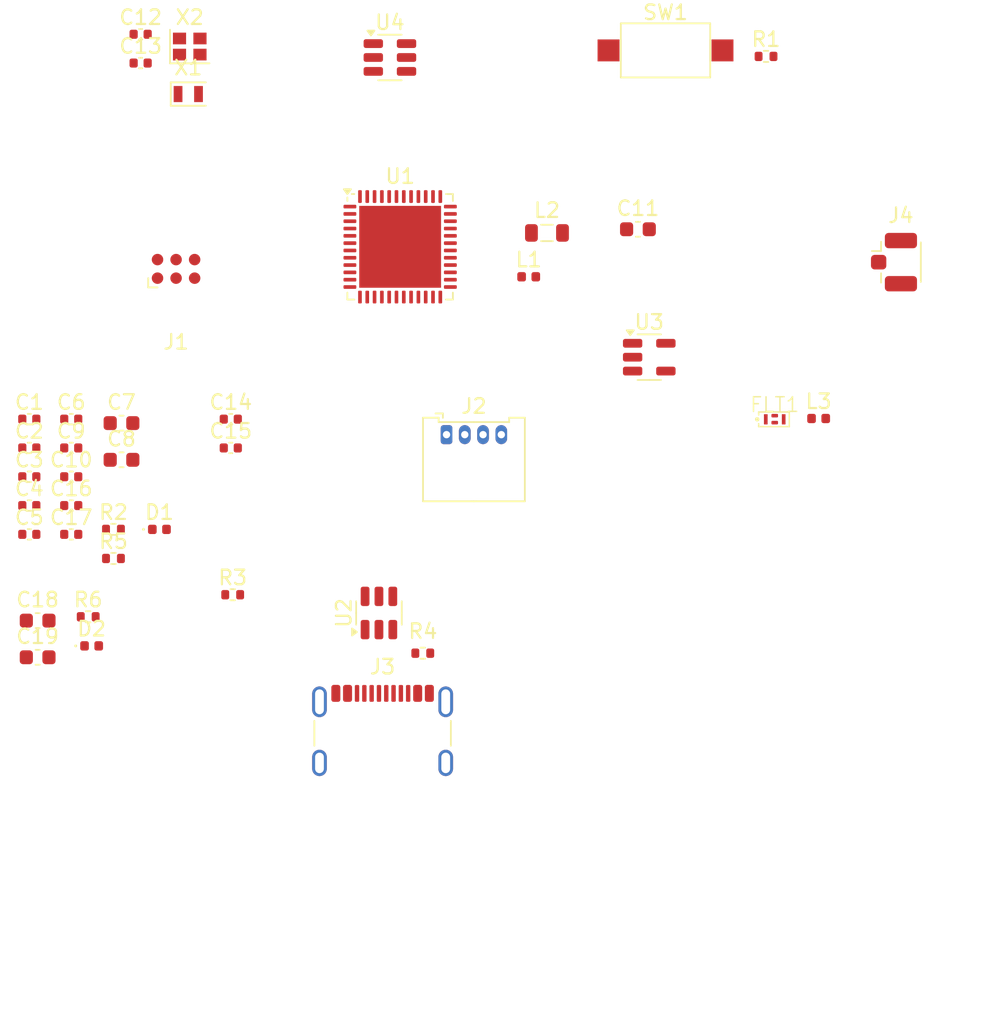
<source format=kicad_pcb>
(kicad_pcb (version 20241229) (generator "pcbnew") (generator_version "9.0")
  (layers (0 "F.Cu" signal) (4 "In1.Cu" signal) (6 "In2.Cu" signal) (2 "B.Cu" signal) (13 "F.Paste" user) (15 "B.Paste" user) (5 "F.SilkS" user "F.Silkscreen") (7 "B.SilkS" user "B.Silkscreen") (1 "F.Mask" user) (3 "B.Mask" user) (25 "Edge.Cuts" user))
  (net 0 "")
  (net 1 "GND")
  (net 2 "/RF Section/RF_MATCH")
  (net 3 "/RF Section/RF_ANT")
  (net 4 "+3.3V")
  (net 5 "+5V")
  (net 7 "Net-(J3-D+-PadA6)")
  (net 8 "Net-(J3-D--PadA7)")
  (net 10 "Net-(J3-CC2)")
  (net 11 "Net-(J3-CC1)")
  (net 12 "Net-(J4-Pin_2)")
  (net 13 "/MCU/SMPSLX")
  (net 14 "/MCU/SMPSFB")
  (net 15 "/MCU/BOOT0")
  (net 16 "+3V3")
  (net 17 "Net-(R2-Pad2)")
  (net 22 "/MCU/SWD_TRC")
  (net 23 "/MCU/UART_RX")
  (net 25 "Net-(D1-A)")
  (net 27 "/MCU/HSE_IN")
  (net 28 "/MCU/LSE_OUT")
  (net 29 "/MCU/UART_TX")
  (net 33 "/MCU/HSE_OUT")
  (net 34 "/MCU/SWD_DIO")
  (net 40 "/MCU/LSE_IN")
  (net 41 "/MCU/SWD_CLK")
  (net 45 "/MCU/USB_D-")
  (net 47 "/MCU/USB_D+")
  (net 48 "/MCU/SWD_NRST")
  (net 49 "/MCU/RF1")
  (net 54 "Net-(J4-Pin_3)")
  (net 55 "Net-(D1-K)")
  (net 56 "Net-(D2-K)")
  (footprint "Crystal:Crystal_SMD_2012-2Pin_2.0x1.2mm" (layer "F.Cu") (at 99.2 83.5)
    (property "Reference" "X1" (at 0 -1.8 0) (layer "F.SilkS"))
    (property "Value" "32kHz")
    (fp_line (start -1.2 -0.8) (end -1.2 0.8) (stroke (width 0.12)) (layer "F.SilkS"))
    (fp_line (start -1.2 0.8) (end 1.2 0.8) (stroke (width 0.12)) (layer "F.SilkS"))
    (fp_line (start 1.2 -0.8) (end -1.2 -0.8) (stroke (width 0.12)) (layer "F.SilkS"))
    (pad "1" smd rect (at -0.7 0) (size 0.6 1.1) (layers "F.Cu" "F.Mask" "F.Paste") (net 28 "/MCU/LSE_OUT"))
    (pad "2" smd rect (at 0.7 0) (size 0.6 1.1) (layers "F.Cu" "F.Mask" "F.Paste") (net 40 "/MCU/LSE_IN"))
  )
  (footprint "Package_TO_SOT_SMD:SOT-23-5" (layer "F.Cu") (at 130.75 101.5)
    (property "Reference" "U3" (at 0 -2.4 0) (layer "F.SilkS"))
    (property "Value" "MIC5365-3.3YD5")
    (fp_line (start 0 -1.56) (end -0.8 -1.56) (stroke (width 0.12)) (layer "F.SilkS"))
    (fp_line (start 0 -1.56) (end 0.8 -1.56) (stroke (width 0.12)) (layer "F.SilkS"))
    (fp_line (start 0 1.56) (end -0.8 1.56) (stroke (width 0.12)) (layer "F.SilkS"))
    (fp_line (start 0 1.56) (end 0.8 1.56) (stroke (width 0.12)) (layer "F.SilkS"))
    (fp_poly (pts (xy -1.3 -1.51) (xy -1.54 -1.84) (xy -1.06 -1.84)) (stroke (width 0.12)) (fill yes) (layer "F.SilkS"))
    (pad "1" smd roundrect (at -1.1375 -0.95) (size 1.325 0.6) (layers "F.Cu" "F.Mask" "F.Paste") (net 5 "+5V"))
    (pad "2" smd roundrect (at -1.1375 0) (size 1.325 0.6) (layers "F.Cu" "F.Mask" "F.Paste") (net 1 "GND"))
    (pad "3" smd roundrect (at -1.1375 0.95) (size 1.325 0.6) (layers "F.Cu" "F.Mask" "F.Paste") (net 5 "+5V"))
    (pad "4" smd roundrect (at 1.1375 0.95) (size 1.325 0.6) (layers "F.Cu" "F.Mask" "F.Paste"))
    (pad "5" smd roundrect (at 1.1375 -0.95) (size 1.325 0.6) (layers "F.Cu" "F.Mask" "F.Paste") (net 4 "+3.3V"))
  )
  (footprint "Capacitor_SMD:C_0402_1005Metric" (layer "F.Cu") (at 91.19 113.62)
    (property "Reference" "C17" (at 0 -1.16 0) (layer "F.SilkS"))
    (property "Value" "100n")
    (fp_line (start -0.107836 -0.36) (end 0.107836 -0.36) (stroke (width 0.12)) (layer "F.SilkS"))
    (fp_line (start -0.107836 0.36) (end 0.107836 0.36) (stroke (width 0.12)) (layer "F.SilkS"))
    (pad "1" smd roundrect (at -0.48 0) (size 0.56 0.62) (layers "F.Cu" "F.Mask" "F.Paste") (net 15 "/MCU/BOOT0"))
    (pad "2" smd roundrect (at 0.48 0) (size 0.56 0.62) (layers "F.Cu" "F.Mask" "F.Paste") (net 1 "GND"))
  )
  (footprint "Capacitor_SMD:C_0603_1608Metric" (layer "F.Cu") (at 94.63 108.52)
    (property "Reference" "C8" (at 0 -1.43 0) (layer "F.SilkS"))
    (property "Value" "4u7")
    (fp_line (start -0.14058 -0.51) (end 0.14058 -0.51) (stroke (width 0.12)) (layer "F.SilkS"))
    (fp_line (start -0.14058 0.51) (end 0.14058 0.51) (stroke (width 0.12)) (layer "F.SilkS"))
    (pad "1" smd roundrect (at -0.775 0) (size 0.9 0.95) (layers "F.Cu" "F.Mask" "F.Paste") (net 4 "+3.3V"))
    (pad "2" smd roundrect (at 0.775 0) (size 0.9 0.95) (layers "F.Cu" "F.Mask" "F.Paste") (net 1 "GND"))
  )
  (footprint "STM32BluetoothLibrary:DLF162500LT-5028A1" (layer "F.Cu") (at 139.3375 105.75)
    (property "Reference" "FLT1" (at 0 -1 0) (layer "F.SilkS") (effects (font (thickness 0.1))))
    (property "Value" "DLF162500LT-5028A1")
    (fp_line (start -1.1 -0.5) (end 0.9 -0.5) (stroke (width 0.1)) (layer "F.SilkS"))
    (fp_line (start -1.1 -0.4) (end -1.1 -0.5) (stroke (width 0.1)) (layer "F.SilkS"))
    (fp_line (start -1.1 -0.3) (end -1.1 -0.4) (stroke (width 0.1)) (layer "F.SilkS"))
    (fp_line (start -1.1 0.3) (end -1.1 0.5) (stroke (width 0.1)) (layer "F.SilkS"))
    (fp_line (start -1.1 0.5) (end 1 0.5) (stroke (width 0.1)) (layer "F.SilkS"))
    (fp_line (start 1 -0.5) (end 0.9 -0.5) (stroke (width 0.1)) (layer "F.SilkS"))
    (fp_line (start 1 0.5) (end 1 -0.5) (stroke (width 0.1)) (layer "F.SilkS"))
    (fp_circle (center -1.2 0) (end -1.2 -0.1) (stroke (width 0.1)) (fill yes) (layer "F.SilkS"))
    (pad "1" smd roundrect (at -0.6125 0) (size 0.25 0.7) (layers "F.Cu" "F.Mask" "F.Paste") (roundrect_rratio 0.05413385827) (net 2 "/RF Section/RF_MATCH"))
    (pad "2" smd roundrect (at 0 0.2275) (size 0.45 0.245) (layers "F.Cu" "F.Mask" "F.Paste") (net 1 "GND"))
    (pad "3" smd roundrect (at 0.6125 0) (size 0.25 0.7) (layers "F.Cu" "F.Mask" "F.Paste") (roundrect_rratio 0.05413385827) (net 3 "/RF Section/RF_ANT"))
    (pad "4" smd roundrect (at 0 -0.25) (size 0.45 0.245) (layers "F.Cu" "F.Mask" "F.Paste") (net 1 "GND"))
  )
  (footprint "Inductor_SMD:L_0402_1005Metric" (layer "F.Cu") (at 142.3425 105.695)
    (property "Reference" "L3" (at 0 -1.17 0) (layer "F.SilkS"))
    (property "Value" "2n7")
    (pad "1" smd roundrect (at -0.485 0) (size 0.59 0.64) (layers "F.Cu" "F.Mask" "F.Paste") (net 49 "/MCU/RF1"))
    (pad "2" smd roundrect (at 0.485 0) (size 0.59 0.64) (layers "F.Cu" "F.Mask" "F.Paste") (net 2 "/RF Section/RF_MATCH"))
  )
  (footprint "Resistor_SMD:R_0402_1005Metric" (layer "F.Cu") (at 115.25 121.75)
    (property "Reference" "R4" (at 0.01 -1.5 0) (layer "F.SilkS"))
    (property "Value" "5k1")
    (fp_line (start -0.153641 -0.38) (end 0.153641 -0.38) (stroke (width 0.12)) (layer "F.SilkS"))
    (fp_line (start -0.153641 0.38) (end 0.153641 0.38) (stroke (width 0.12)) (layer "F.SilkS"))
    (pad "1" smd roundrect (at -0.51 0) (size 0.54 0.64) (layers "F.Cu" "F.Mask" "F.Paste") (net 11 "Net-(J3-CC1)"))
    (pad "2" smd roundrect (at 0.51 0) (size 0.54 0.64) (layers "F.Cu" "F.Mask" "F.Paste") (net 1 "GND"))
  )
  (footprint "Capacitor_SMD:C_0402_1005Metric" (layer "F.Cu") (at 91.19 111.65)
    (property "Reference" "C16" (at 0 -1.16 0) (layer "F.SilkS"))
    (property "Value" "100n")
    (fp_line (start -0.107836 -0.36) (end 0.107836 -0.36) (stroke (width 0.12)) (layer "F.SilkS"))
    (fp_line (start -0.107836 0.36) (end 0.107836 0.36) (stroke (width 0.12)) (layer "F.SilkS"))
    (pad "1" smd roundrect (at -0.48 0) (size 0.56 0.62) (layers "F.Cu" "F.Mask" "F.Paste") (net 48 "/MCU/SWD_NRST"))
    (pad "2" smd roundrect (at 0.48 0) (size 0.56 0.62) (layers "F.Cu" "F.Mask" "F.Paste") (net 1 "GND"))
  )
  (footprint "Resistor_SMD:R_0402_1005Metric" (layer "F.Cu") (at 138.7425 80.925)
    (property "Reference" "R1" (at 0 -1.17 0) (layer "F.SilkS"))
    (property "Value" "5k1")
    (fp_line (start -0.153641 -0.38) (end 0.153641 -0.38) (stroke (width 0.12)) (layer "F.SilkS"))
    (fp_line (start -0.153641 0.38) (end 0.153641 0.38) (stroke (width 0.12)) (layer "F.SilkS"))
    (pad "1" smd roundrect (at -0.51 0) (size 0.54 0.64) (layers "F.Cu" "F.Mask" "F.Paste") (net 15 "/MCU/BOOT0"))
    (pad "2" smd roundrect (at 0.51 0) (size 0.54 0.64) (layers "F.Cu" "F.Mask" "F.Paste") (net 1 "GND"))
  )
  (footprint "Capacitor_SMD:C_0402_1005Metric" (layer "F.Cu") (at 88.32 105.74)
    (property "Reference" "C1" (at 0 -1.16 0) (layer "F.SilkS"))
    (property "Value" "100n")
    (fp_line (start -0.107836 -0.36) (end 0.107836 -0.36) (stroke (width 0.12)) (layer "F.SilkS"))
    (fp_line (start -0.107836 0.36) (end 0.107836 0.36) (stroke (width 0.12)) (layer "F.SilkS"))
    (pad "1" smd roundrect (at -0.48 0) (size 0.56 0.62) (layers "F.Cu" "F.Mask" "F.Paste") (net 4 "+3.3V"))
    (pad "2" smd roundrect (at 0.48 0) (size 0.56 0.62) (layers "F.Cu" "F.Mask" "F.Paste") (net 1 "GND"))
  )
  (footprint "Button_Switch_SMD:SW_SPST_CK_RS282G05A3" (layer "F.Cu") (at 131.8625 80.515)
    (property "Reference" "SW1" (at 0 -2.6 0) (layer "F.SilkS"))
    (property "Value" "SW_Push")
    (fp_line (start -3.06 -1.85) (end 3.06 -1.85) (stroke (width 0.12)) (layer "F.SilkS"))
    (fp_line (start -3.06 1.85) (end -3.06 -1.85) (stroke (width 0.12)) (layer "F.SilkS"))
    (fp_line (start 3.06 -1.85) (end 3.06 1.85) (stroke (width 0.12)) (layer "F.SilkS"))
    (fp_line (start 3.06 1.85) (end -3.06 1.85) (stroke (width 0.12)) (layer "F.SilkS"))
    (pad "1" smd rect (at -3.9 0) (size 1.5 1.5) (layers "F.Cu" "F.Mask" "F.Paste") (net 17 "Net-(R2-Pad2)"))
    (pad "2" smd rect (at 3.9 0) (size 1.5 1.5) (layers "F.Cu" "F.Mask" "F.Paste") (net 16 "+3V3"))
  )
  (footprint "Resistor_SMD:R_0402_1005Metric" (layer "F.Cu") (at 94.08 115.27)
    (property "Reference" "R5" (at 0 -1.17 0) (layer "F.SilkS"))
    (property "Value" "220R")
    (fp_line (start -0.153641 -0.38) (end 0.153641 -0.38) (stroke (width 0.12)) (layer "F.SilkS"))
    (fp_line (start -0.153641 0.38) (end 0.153641 0.38) (stroke (width 0.12)) (layer "F.SilkS"))
    (pad "1" smd roundrect (at -0.51 0) (size 0.54 0.64) (layers "F.Cu" "F.Mask" "F.Paste") (net 1 "GND"))
    (pad "2" smd roundrect (at 0.51 0) (size 0.54 0.64) (layers "F.Cu" "F.Mask" "F.Paste") (net 55 "Net-(D1-K)"))
  )
  (footprint "Resistor_SMD:R_0402_1005Metric" (layer "F.Cu") (at 94.08 113.28)
    (property "Reference" "R2" (at 0 -1.17 0) (layer "F.SilkS"))
    (property "Value" "220R")
    (fp_line (start -0.153641 -0.38) (end 0.153641 -0.38) (stroke (width 0.12)) (layer "F.SilkS"))
    (fp_line (start -0.153641 0.38) (end 0.153641 0.38) (stroke (width 0.12)) (layer "F.SilkS"))
    (pad "1" smd roundrect (at -0.51 0) (size 0.54 0.64) (layers "F.Cu" "F.Mask" "F.Paste") (net 15 "/MCU/BOOT0"))
    (pad "2" smd roundrect (at 0.51 0) (size 0.54 0.64) (layers "F.Cu" "F.Mask" "F.Paste") (net 17 "Net-(R2-Pad2)"))
  )
  (footprint "Resistor_SMD:R_0402_1005Metric" (layer "F.Cu") (at 92.35 119.26)
    (property "Reference" "R6" (at 0 -1.17 0) (layer "F.SilkS"))
    (property "Value" "R")
    (fp_line (start -0.153641 -0.38) (end 0.153641 -0.38) (stroke (width 0.12)) (layer "F.SilkS"))
    (fp_line (start -0.153641 0.38) (end 0.153641 0.38) (stroke (width 0.12)) (layer "F.SilkS"))
    (pad "1" smd roundrect (at -0.51 0) (size 0.54 0.64) (layers "F.Cu" "F.Mask" "F.Paste") (net 1 "GND"))
    (pad "2" smd roundrect (at 0.51 0) (size 0.54 0.64) (layers "F.Cu" "F.Mask" "F.Paste") (net 56 "Net-(D2-K)"))
  )
  (footprint "Capacitor_SMD:C_0402_1005Metric" (layer "F.Cu") (at 88.32 111.65)
    (property "Reference" "C4" (at 0 -1.16 0) (layer "F.SilkS"))
    (property "Value" "100n")
    (fp_line (start -0.107836 -0.36) (end 0.107836 -0.36) (stroke (width 0.12)) (layer "F.SilkS"))
    (fp_line (start -0.107836 0.36) (end 0.107836 0.36) (stroke (width 0.12)) (layer "F.SilkS"))
    (pad "1" smd roundrect (at -0.48 0) (size 0.56 0.62) (layers "F.Cu" "F.Mask" "F.Paste") (net 4 "+3.3V"))
    (pad "2" smd roundrect (at 0.48 0) (size 0.56 0.62) (layers "F.Cu" "F.Mask" "F.Paste") (net 1 "GND"))
  )
  (footprint "Capacitor_SMD:C_0402_1005Metric" (layer "F.Cu") (at 88.32 113.62)
    (property "Reference" "C5" (at 0 -1.16 0) (layer "F.SilkS"))
    (property "Value" "100n")
    (fp_line (start -0.107836 -0.36) (end 0.107836 -0.36) (stroke (width 0.12)) (layer "F.SilkS"))
    (fp_line (start -0.107836 0.36) (end 0.107836 0.36) (stroke (width 0.12)) (layer "F.SilkS"))
    (pad "1" smd roundrect (at -0.48 0) (size 0.56 0.62) (layers "F.Cu" "F.Mask" "F.Paste") (net 4 "+3.3V"))
    (pad "2" smd roundrect (at 0.48 0) (size 0.56 0.62) (layers "F.Cu" "F.Mask" "F.Paste") (net 1 "GND"))
  )
  (footprint "Package_TO_SOT_SMD:SOT-23-6" (layer "F.Cu") (at 112.25 119 90)
    (property "Reference" "U2" (at 0 -2.4 90) (layer "F.SilkS"))
    (property "Value" "USBLC6-2SC6")
    (fp_line (start 0 -1.56) (end 0.8 -1.56) (stroke (width 0.12)) (layer "F.SilkS"))
    (fp_line (start 0 -1.56) (end -0.8 -1.56) (stroke (width 0.12)) (layer "F.SilkS"))
    (fp_line (start 0 1.56) (end 0.8 1.56) (stroke (width 0.12)) (layer "F.SilkS"))
    (fp_line (start 0 1.56) (end -0.8 1.56) (stroke (width 0.12)) (layer "F.SilkS"))
    (fp_poly (pts (xy -1.3 -1.51) (xy -1.54 -1.84) (xy -1.06 -1.84)) (stroke (width 0.12)) (fill yes) (layer "F.SilkS"))
    (pad "1" smd roundrect (at -1.1375 -0.95 90) (size 1.325 0.6) (layers "F.Cu" "F.Mask" "F.Paste") (net 8 "Net-(J3-D--PadA7)"))
    (pad "2" smd roundrect (at -1.1375 0 90) (size 1.325 0.6) (layers "F.Cu" "F.Mask" "F.Paste") (net 1 "GND"))
    (pad "3" smd roundrect (at -1.1375 0.95 90) (size 1.325 0.6) (layers "F.Cu" "F.Mask" "F.Paste") (net 7 "Net-(J3-D+-PadA6)"))
    (pad "4" smd roundrect (at 1.1375 0.95 90) (size 1.325 0.6) (layers "F.Cu" "F.Mask" "F.Paste") (net 47 "/MCU/USB_D+"))
    (pad "5" smd roundrect (at 1.1375 0 90) (size 1.325 0.6) (layers "F.Cu" "F.Mask" "F.Paste") (net 5 "+5V"))
    (pad "6" smd roundrect (at 1.1375 -0.95 90) (size 1.325 0.6) (layers "F.Cu" "F.Mask" "F.Paste") (net 45 "/MCU/USB_D-"))
  )
  (footprint "Inductor_SMD:L_0805_2012Metric" (layer "F.Cu") (at 123.75 93)
    (property "Reference" "L2" (at 0 -1.55 0) (layer "F.SilkS"))
    (property "Value" "10u")
    (fp_line (start -0.399622 -0.56) (end 0.399622 -0.56) (stroke (width 0.12)) (layer "F.SilkS"))
    (fp_line (start -0.399622 0.56) (end 0.399622 0.56) (stroke (width 0.12)) (layer "F.SilkS"))
    (pad "1" smd roundrect (at -1.0625 0) (size 0.875 1.2) (layers "F.Cu" "F.Mask" "F.Paste") (net 13 "/MCU/SMPSLX"))
    (pad "2" smd roundrect (at 1.0625 0) (size 0.875 1.2) (layers "F.Cu" "F.Mask" "F.Paste") (net 14 "/MCU/SMPSFB"))
  )
  (footprint "Capacitor_SMD:C_0603_1608Metric" (layer "F.Cu") (at 88.89 122.03)
    (property "Reference" "C19" (at 0 -1.43 0) (layer "F.SilkS"))
    (property "Value" "4u7")
    (fp_line (start -0.14058 -0.51) (end 0.14058 -0.51) (stroke (width 0.12)) (layer "F.SilkS"))
    (fp_line (start -0.14058 0.51) (end 0.14058 0.51) (stroke (width 0.12)) (layer "F.SilkS"))
    (pad "1" smd roundrect (at -0.775 0) (size 0.9 0.95) (layers "F.Cu" "F.Mask" "F.Paste") (net 4 "+3.3V"))
    (pad "2" smd roundrect (at 0.775 0) (size 0.9 0.95) (layers "F.Cu" "F.Mask" "F.Paste") (net 1 "GND"))
  )
  (footprint "Capacitor_SMD:C_0402_1005Metric" (layer "F.Cu") (at 91.19 107.71)
    (property "Reference" "C9" (at 0 -1.16 0) (layer "F.SilkS"))
    (property "Value" "100n")
    (fp_line (start -0.107836 -0.36) (end 0.107836 -0.36) (stroke (width 0.12)) (layer "F.SilkS"))
    (fp_line (start -0.107836 0.36) (end 0.107836 0.36) (stroke (width 0.12)) (layer "F.SilkS"))
    (pad "1" smd roundrect (at -0.48 0) (size 0.56 0.62) (layers "F.Cu" "F.Mask" "F.Paste") (net 4 "+3.3V"))
    (pad "2" smd roundrect (at 0.48 0) (size 0.56 0.62) (layers "F.Cu" "F.Mask" "F.Paste") (net 1 "GND"))
  )
  (footprint "Resistor_SMD:R_0402_1005Metric" (layer "F.Cu") (at 102.24 117.75)
    (property "Reference" "R3" (at 0 -1.17 0) (layer "F.SilkS"))
    (property "Value" "5k1")
    (fp_line (start -0.153641 -0.38) (end 0.153641 -0.38) (stroke (width 0.12)) (layer "F.SilkS"))
    (fp_line (start -0.153641 0.38) (end 0.153641 0.38) (stroke (width 0.12)) (layer "F.SilkS"))
    (pad "1" smd roundrect (at -0.51 0) (size 0.54 0.64) (layers "F.Cu" "F.Mask" "F.Paste") (net 10 "Net-(J3-CC2)"))
    (pad "2" smd roundrect (at 0.51 0) (size 0.54 0.64) (layers "F.Cu" "F.Mask" "F.Paste") (net 1 "GND"))
  )
  (footprint "Capacitor_SMD:C_0402_1005Metric" (layer "F.Cu") (at 95.94 79.41)
    (property "Reference" "C12" (at 0 -1.16 0) (layer "F.SilkS"))
    (property "Value" "10pF")
    (fp_line (start -0.107836 -0.36) (end 0.107836 -0.36) (stroke (width 0.12)) (layer "F.SilkS"))
    (fp_line (start -0.107836 0.36) (end 0.107836 0.36) (stroke (width 0.12)) (layer "F.SilkS"))
    (pad "1" smd roundrect (at -0.48 0) (size 0.56 0.62) (layers "F.Cu" "F.Mask" "F.Paste") (net 28 "/MCU/LSE_OUT"))
    (pad "2" smd roundrect (at 0.48 0) (size 0.56 0.62) (layers "F.Cu" "F.Mask" "F.Paste") (net 1 "GND"))
  )
  (footprint "Capacitor_SMD:C_0402_1005Metric" (layer "F.Cu") (at 102.11 105.74)
    (property "Reference" "C14" (at 0 -1.16 0) (layer "F.SilkS"))
    (property "Value" "0p8")
    (fp_line (start -0.107836 -0.36) (end 0.107836 -0.36) (stroke (width 0.12)) (layer "F.SilkS"))
    (fp_line (start -0.107836 0.36) (end 0.107836 0.36) (stroke (width 0.12)) (layer "F.SilkS"))
    (pad "1" smd roundrect (at -0.48 0) (size 0.56 0.62) (layers "F.Cu" "F.Mask" "F.Paste") (net 49 "/MCU/RF1"))
    (pad "2" smd roundrect (at 0.48 0) (size 0.56 0.62) (layers "F.Cu" "F.Mask" "F.Paste") (net 1 "GND"))
  )
  (footprint "Package_DFN_QFN:QFN-48-1EP_7x7mm_P0.5mm_EP5.6x5.6mm" (layer "F.Cu") (at 113.7 93.95)
    (property "Reference" "U1" (at 0 -4.83 0) (layer "F.SilkS"))
    (property "Value" "STM32WB55CEUx")
    (fp_line (start -3.61 -3.135) (end -3.61 -3.37) (stroke (width 0.12)) (layer "F.SilkS"))
    (fp_line (start -3.61 3.61) (end -3.61 3.135) (stroke (width 0.12)) (layer "F.SilkS"))
    (fp_line (start -3.135 -3.61) (end -3.31 -3.61) (stroke (width 0.12)) (layer "F.SilkS"))
    (fp_line (start -3.135 3.61) (end -3.61 3.61) (stroke (width 0.12)) (layer "F.SilkS"))
    (fp_line (start 3.135 -3.61) (end 3.61 -3.61) (stroke (width 0.12)) (layer "F.SilkS"))
    (fp_line (start 3.135 3.61) (end 3.61 3.61) (stroke (width 0.12)) (layer "F.SilkS"))
    (fp_line (start 3.61 -3.61) (end 3.61 -3.135) (stroke (width 0.12)) (layer "F.SilkS"))
    (fp_line (start 3.61 3.61) (end 3.61 3.135) (stroke (width 0.12)) (layer "F.SilkS"))
    (fp_poly (pts (xy -3.61 -3.61) (xy -3.85 -3.94) (xy -3.37 -3.94)) (stroke (width 0.12)) (fill yes) (layer "F.SilkS"))
    (pad "1" smd roundrect (at -3.4375 -2.75) (size 0.875 0.25) (layers "F.Cu" "F.Mask" "F.Paste") (net 4 "+3.3V"))
    (pad "2" smd roundrect (at -3.4375 -2.25) (size 0.875 0.25) (layers "F.Cu" "F.Mask" "F.Paste") (net 40 "/MCU/LSE_IN"))
    (pad "3" smd roundrect (at -3.4375 -1.75) (size 0.875 0.25) (layers "F.Cu" "F.Mask" "F.Paste") (net 28 "/MCU/LSE_OUT"))
    (pad "4" smd roundrect (at -3.4375 -1.25) (size 0.875 0.25) (layers "F.Cu" "F.Mask" "F.Paste") (net 15 "/MCU/BOOT0"))
    (pad "5" smd roundrect (at -3.4375 -0.75) (size 0.875 0.25) (layers "F.Cu" "F.Mask" "F.Paste"))
    (pad "6" smd roundrect (at -3.4375 -0.25) (size 0.875 0.25) (layers "F.Cu" "F.Mask" "F.Paste"))
    (pad "7" smd roundrect (at -3.4375 0.25) (size 0.875 0.25) (layers "F.Cu" "F.Mask" "F.Paste") (net 48 "/MCU/SWD_NRST"))
    (pad "8" smd roundrect (at -3.4375 0.75) (size 0.875 0.25) (layers "F.Cu" "F.Mask" "F.Paste") (net 4 "+3.3V"))
    (pad "9" smd roundrect (at -3.4375 1.25) (size 0.875 0.25) (layers "F.Cu" "F.Mask" "F.Paste"))
    (pad "10" smd roundrect (at -3.4375 1.75) (size 0.875 0.25) (layers "F.Cu" "F.Mask" "F.Paste"))
    (pad "11" smd roundrect (at -3.4375 2.25) (size 0.875 0.25) (layers "F.Cu" "F.Mask" "F.Paste") (net 29 "/MCU/UART_TX"))
    (pad "12" smd roundrect (at -3.4375 2.75) (size 0.875 0.25) (layers "F.Cu" "F.Mask" "F.Paste") (net 23 "/MCU/UART_RX"))
    (pad "13" smd roundrect (at -2.75 3.4375) (size 0.25 0.875) (layers "F.Cu" "F.Mask" "F.Paste"))
    (pad "14" smd roundrect (at -2.25 3.4375) (size 0.25 0.875) (layers "F.Cu" "F.Mask" "F.Paste"))
    (pad "15" smd roundrect (at -1.75 3.4375) (size 0.25 0.875) (layers "F.Cu" "F.Mask" "F.Paste"))
    (pad "16" smd roundrect (at -1.25 3.4375) (size 0.25 0.875) (layers "F.Cu" "F.Mask" "F.Paste") (net 25 "Net-(D1-A)"))
    (pad "17" smd roundrect (at -0.75 3.4375) (size 0.25 0.875) (layers "F.Cu" "F.Mask" "F.Paste"))
    (pad "18" smd roundrect (at -0.25 3.4375) (size 0.25 0.875) (layers "F.Cu" "F.Mask" "F.Paste"))
    (pad "19" smd roundrect (at 0.25 3.4375) (size 0.25 0.875) (layers "F.Cu" "F.Mask" "F.Paste"))
    (pad "20" smd roundrect (at 0.75 3.4375) (size 0.25 0.875) (layers "F.Cu" "F.Mask" "F.Paste") (net 4 "+3.3V"))
    (pad "21" smd roundrect (at 1.25 3.4375) (size 0.25 0.875) (layers "F.Cu" "F.Mask" "F.Paste") (net 49 "/MCU/RF1"))
    (pad "22" smd roundrect (at 1.75 3.4375) (size 0.25 0.875) (layers "F.Cu" "F.Mask" "F.Paste") (net 1 "GND"))
    (pad "23" smd roundrect (at 2.25 3.4375) (size 0.25 0.875) (layers "F.Cu" "F.Mask" "F.Paste") (net 4 "+3.3V"))
    (pad "24" smd roundrect (at 2.75 3.4375) (size 0.25 0.875) (layers "F.Cu" "F.Mask" "F.Paste") (net 33 "/MCU/HSE_OUT"))
    (pad "25" smd roundrect (at 3.4375 2.75) (size 0.875 0.25) (layers "F.Cu" "F.Mask" "F.Paste") (net 27 "/MCU/HSE_IN"))
    (pad "26" smd roundrect (at 3.4375 2.25) (size 0.875 0.25) (layers "F.Cu" "F.Mask" "F.Paste"))
    (pad "27" smd roundrect (at 3.4375 1.75) (size 0.875 0.25) (layers "F.Cu" "F.Mask" "F.Paste"))
    (pad "28" smd roundrect (at 3.4375 1.25) (size 0.875 0.25) (layers "F.Cu" "F.Mask" "F.Paste"))
    (pad "29" smd roundrect (at 3.4375 0.75) (size 0.875 0.25) (layers "F.Cu" "F.Mask" "F.Paste"))
    (pad "30" smd roundrect (at 3.4375 0.25) (size 0.875 0.25) (layers "F.Cu" "F.Mask" "F.Paste"))
    (pad "31" smd roundrect (at 3.4375 -0.25) (size 0.875 0.25) (layers "F.Cu" "F.Mask" "F.Paste") (net 14 "/MCU/SMPSFB"))
    (pad "32" smd roundrect (at 3.4375 -0.75) (size 0.875 0.25) (layers "F.Cu" "F.Mask" "F.Paste") (net 1 "GND"))
    (pad "33" smd roundrect (at 3.4375 -1.25) (size 0.875 0.25) (layers "F.Cu" "F.Mask" "F.Paste") (net 13 "/MCU/SMPSLX"))
    (pad "34" smd roundrect (at 3.4375 -1.75) (size 0.875 0.25) (layers "F.Cu" "F.Mask" "F.Paste") (net 1 "GND"))
    (pad "35" smd roundrect (at 3.4375 -2.25) (size 0.875 0.25) (layers "F.Cu" "F.Mask" "F.Paste") (net 4 "+3.3V"))
    (pad "36" smd roundrect (at 3.4375 -2.75) (size 0.875 0.25) (layers "F.Cu" "F.Mask" "F.Paste"))
    (pad "37" smd roundrect (at 2.75 -3.4375) (size 0.25 0.875) (layers "F.Cu" "F.Mask" "F.Paste") (net 45 "/MCU/USB_D-"))
    (pad "38" smd roundrect (at 2.25 -3.4375) (size 0.25 0.875) (layers "F.Cu" "F.Mask" "F.Paste") (net 47 "/MCU/USB_D+"))
    (pad "39" smd roundrect (at 1.75 -3.4375) (size 0.25 0.875) (layers "F.Cu" "F.Mask" "F.Paste") (net 34 "/MCU/SWD_DIO"))
    (pad "40" smd roundrect (at 1.25 -3.4375) (size 0.25 0.875) (layers "F.Cu" "F.Mask" "F.Paste") (net 4 "+3.3V"))
    (pad "41" smd roundrect (at 0.75 -3.4375) (size 0.25 0.875) (layers "F.Cu" "F.Mask" "F.Paste") (net 41 "/MCU/SWD_CLK"))
    (pad "42" smd roundrect (at 0.25 -3.4375) (size 0.25 0.875) (layers "F.Cu" "F.Mask" "F.Paste"))
    (pad "43" smd roundrect (at -0.25 -3.4375) (size 0.25 0.875) (layers "F.Cu" "F.Mask" "F.Paste") (net 22 "/MCU/SWD_TRC"))
    (pad "44" smd roundrect (at -0.75 -3.4375) (size 0.25 0.875) (layers "F.Cu" "F.Mask" "F.Paste"))
    (pad "45" smd roundrect (at -1.25 -3.4375) (size 0.25 0.875) (layers "F.Cu" "F.Mask" "F.Paste"))
    (pad "46" smd roundrect (at -1.75 -3.4375) (size 0.25 0.875) (layers "F.Cu" "F.Mask" "F.Paste"))
    (pad "47" smd roundrect (at -2.25 -3.4375) (size 0.25 0.875) (layers "F.Cu" "F.Mask" "F.Paste"))
    (pad "48" smd roundrect (at -2.75 -3.4375) (size 0.25 0.875) (layers "F.Cu" "F.Mask" "F.Paste") (net 4 "+3.3V"))
    (pad "49" smd rect (at 0 0) (size 5.6 5.6) (property pad_prop_heatsink) (layers "F.Cu" "F.Mask") (net 1 "GND"))
  )
  (footprint "Capacitor_SMD:C_0603_1608Metric" (layer "F.Cu") (at 94.63 106.01)
    (property "Reference" "C7" (at 0 -1.43 0) (layer "F.SilkS"))
    (property "Value" "4u7")
    (fp_line (start -0.14058 -0.51) (end 0.14058 -0.51) (stroke (width 0.12)) (layer "F.SilkS"))
    (fp_line (start -0.14058 0.51) (end 0.14058 0.51) (stroke (width 0.12)) (layer "F.SilkS"))
    (pad "1" smd roundrect (at -0.775 0) (size 0.9 0.95) (layers "F.Cu" "F.Mask" "F.Paste") (net 4 "+3.3V"))
    (pad "2" smd roundrect (at 0.775 0) (size 0.9 0.95) (layers "F.Cu" "F.Mask" "F.Paste") (net 1 "GND"))
  )
  (footprint "Connector:Tag-Connect_TC2030-IDC-FP_2x03_P1.27mm_Vertical" (layer "F.Cu") (at 98.365 95.46)
    (property "Reference" "J1" (at 0 5 0) (layer "F.SilkS"))
    (property "Value" "TC2030")
    (fp_line (start -1.905 1.27) (end -1.905 0.635) (stroke (width 0.12)) (layer "F.SilkS"))
    (fp_line (start -1.27 1.27) (end -1.905 1.27) (stroke (width 0.12)) (layer "F.SilkS"))
    (pad "" np_thru_hole circle (at -2.54 -2.54) (size 2.3749 2.3749) (drill 2.3749) (layers "*.Cu" "*.Mask"))
    (pad "" np_thru_hole circle (at -2.54 0) (size 0.9906 0.9906) (drill 0.9906) (layers "*.Cu" "*.Mask"))
    (pad "" np_thru_hole circle (at -2.54 2.54) (size 2.3749 2.3749) (drill 2.3749) (layers "*.Cu" "*.Mask"))
    (pad "" np_thru_hole circle (at 0.635 -2.54) (size 2.3749 2.3749) (drill 2.3749) (layers "*.Cu" "*.Mask"))
    (pad "" np_thru_hole circle (at 0.635 2.54) (size 2.3749 2.3749) (drill 2.3749) (layers "*.Cu" "*.Mask"))
    (pad "" np_thru_hole circle (at 2.54 -1.016) (size 0.9906 0.9906) (drill 0.9906) (layers "*.Cu" "*.Mask"))
    (pad "" np_thru_hole circle (at 2.54 1.016) (size 0.9906 0.9906) (drill 0.9906) (layers "*.Cu" "*.Mask"))
    (pad "1" connect circle (at -1.27 0.635) (size 0.7874 0.7874) (layers "F.Cu" "F.Mask") (net 4 "+3.3V"))
    (pad "2" connect circle (at -1.27 -0.635) (size 0.7874 0.7874) (layers "F.Cu" "F.Mask") (net 34 "/MCU/SWD_DIO"))
    (pad "3" connect circle (at 0 0.635) (size 0.7874 0.7874) (layers "F.Cu" "F.Mask") (net 48 "/MCU/SWD_NRST"))
    (pad "4" connect circle (at 0 -0.635) (size 0.7874 0.7874) (layers "F.Cu" "F.Mask") (net 41 "/MCU/SWD_CLK"))
    (pad "5" connect circle (at 1.27 0.635) (size 0.7874 0.7874) (layers "F.Cu" "F.Mask") (net 1 "GND"))
    (pad "6" connect circle (at 1.27 -0.635) (size 0.7874 0.7874) (layers "F.Cu" "F.Mask") (net 22 "/MCU/SWD_TRC"))
  )
  (footprint "LED_SMD:LED_0402_1005Metric" (layer "F.Cu") (at 97.225 113.28)
    (property "Reference" "D1" (at 0 -1.17 0) (layer "F.SilkS"))
    (property "Value" "LED")
    (fp_circle (center -1.09 0) (end -1.04 0) (stroke (width 0.1)) (fill no) (layer "F.SilkS"))
    (pad "1" smd roundrect (at -0.485 0) (size 0.59 0.64) (layers "F.Cu" "F.Mask" "F.Paste") (net 55 "Net-(D1-K)"))
    (pad "2" smd roundrect (at 0.485 0) (size 0.59 0.64) (layers "F.Cu" "F.Mask" "F.Paste") (net 25 "Net-(D1-A)"))
  )
  (footprint "Capacitor_SMD:C_0603_1608Metric" (layer "F.Cu") (at 88.89 119.52)
    (property "Reference" "C18" (at 0 -1.43 0) (layer "F.SilkS"))
    (property "Value" "4u7")
    (fp_line (start -0.14058 -0.51) (end 0.14058 -0.51) (stroke (width 0.12)) (layer "F.SilkS"))
    (fp_line (start -0.14058 0.51) (end 0.14058 0.51) (stroke (width 0.12)) (layer "F.SilkS"))
    (pad "1" smd roundrect (at -0.775 0) (size 0.9 0.95) (layers "F.Cu" "F.Mask" "F.Paste") (net 5 "+5V"))
    (pad "2" smd roundrect (at 0.775 0) (size 0.9 0.95) (layers "F.Cu" "F.Mask" "F.Paste") (net 1 "GND"))
  )
  (footprint "Capacitor_SMD:C_0402_1005Metric" (layer "F.Cu") (at 91.19 105.74)
    (property "Reference" "C6" (at 0 -1.16 0) (layer "F.SilkS"))
    (property "Value" "100n")
    (fp_line (start -0.107836 -0.36) (end 0.107836 -0.36) (stroke (width 0.12)) (layer "F.SilkS"))
    (fp_line (start -0.107836 0.36) (end 0.107836 0.36) (stroke (width 0.12)) (layer "F.SilkS"))
    (pad "1" smd roundrect (at -0.48 0) (size 0.56 0.62) (layers "F.Cu" "F.Mask" "F.Paste") (net 4 "+3.3V"))
    (pad "2" smd roundrect (at 0.48 0) (size 0.56 0.62) (layers "F.Cu" "F.Mask" "F.Paste") (net 1 "GND"))
  )
  (footprint "Capacitor_SMD:C_0603_1608Metric" (layer "F.Cu") (at 129.975 92.75)
    (property "Reference" "C11" (at 0 -1.43 0) (layer "F.SilkS"))
    (property "Value" "4u7")
    (fp_line (start -0.14058 -0.51) (end 0.14058 -0.51) (stroke (width 0.12)) (layer "F.SilkS"))
    (fp_line (start -0.14058 0.51) (end 0.14058 0.51) (stroke (width 0.12)) (layer "F.SilkS"))
    (pad "1" smd roundrect (at -0.775 0) (size 0.9 0.95) (layers "F.Cu" "F.Mask" "F.Paste") (net 14 "/MCU/SMPSFB"))
    (pad "2" smd roundrect (at 0.775 0) (size 0.9 0.95) (layers "F.Cu" "F.Mask" "F.Paste") (net 1 "GND"))
  )
  (footprint "Capacitor_SMD:C_0402_1005Metric" (layer "F.Cu") (at 91.19 109.68)
    (property "Reference" "C10" (at 0 -1.16 0) (layer "F.SilkS"))
    (property "Value" "100n")
    (fp_line (start -0.107836 -0.36) (end 0.107836 -0.36) (stroke (width 0.12)) (layer "F.SilkS"))
    (fp_line (start -0.107836 0.36) (end 0.107836 0.36) (stroke (width 0.12)) (layer "F.SilkS"))
    (pad "1" smd roundrect (at -0.48 0) (size 0.56 0.62) (layers "F.Cu" "F.Mask" "F.Paste") (net 4 "+3.3V"))
    (pad "2" smd roundrect (at 0.48 0) (size 0.56 0.62) (layers "F.Cu" "F.Mask" "F.Paste") (net 1 "GND"))
  )
  (footprint "Package_TO_SOT_SMD:SOT-23-6" (layer "F.Cu") (at 113 81)
    (property "Reference" "U4" (at 0 -2.4 0) (layer "F.SilkS"))
    (property "Value" "USBLC6-2SC6")
    (fp_line (start 0 -1.56) (end -0.8 -1.56) (stroke (width 0.12)) (layer "F.SilkS"))
    (fp_line (start 0 -1.56) (end 0.8 -1.56) (stroke (width 0.12)) (layer "F.SilkS"))
    (fp_line (start 0 1.56) (end -0.8 1.56) (stroke (width 0.12)) (layer "F.SilkS"))
    (fp_line (start 0 1.56) (end 0.8 1.56) (stroke (width 0.12)) (layer "F.SilkS"))
    (fp_poly (pts (xy -1.3 -1.51) (xy -1.54 -1.84) (xy -1.06 -1.84)) (stroke (width 0.12)) (fill yes) (layer "F.SilkS"))
    (pad "1" smd roundrect (at -1.1375 -0.95) (size 1.325 0.6) (layers "F.Cu" "F.Mask" "F.Paste") (net 12 "Net-(J4-Pin_2)"))
    (pad "2" smd roundrect (at -1.1375 0) (size 1.325 0.6) (layers "F.Cu" "F.Mask" "F.Paste") (net 1 "GND"))
    (pad "3" smd roundrect (at -1.1375 0.95) (size 1.325 0.6) (layers "F.Cu" "F.Mask" "F.Paste") (net 54 "Net-(J4-Pin_3)"))
    (pad "4" smd roundrect (at 1.1375 0.95) (size 1.325 0.6) (layers "F.Cu" "F.Mask" "F.Paste") (net 23 "/MCU/UART_RX"))
    (pad "5" smd roundrect (at 1.1375 0) (size 1.325 0.6) (layers "F.Cu" "F.Mask" "F.Paste") (net 4 "+3.3V"))
    (pad "6" smd roundrect (at 1.1375 -0.95) (size 1.325 0.6) (layers "F.Cu" "F.Mask" "F.Paste") (net 29 "/MCU/UART_TX"))
  )
  (footprint "LED_SMD:LED_0402_1005Metric" (layer "F.Cu") (at 92.585 121.25)
    (property "Reference" "D2" (at 0 -1.17 0) (layer "F.SilkS"))
    (property "Value" "LED")
    (fp_circle (center -1.09 0) (end -1.04 0) (stroke (width 0.1)) (fill no) (layer "F.SilkS"))
    (pad "1" smd roundrect (at -0.485 0) (size 0.59 0.64) (layers "F.Cu" "F.Mask" "F.Paste") (net 56 "Net-(D2-K)"))
    (pad "2" smd roundrect (at 0.485 0) (size 0.59 0.64) (layers "F.Cu" "F.Mask" "F.Paste") (net 4 "+3.3V"))
  )
  (footprint "Capacitor_SMD:C_0402_1005Metric" (layer "F.Cu") (at 88.32 109.68)
    (property "Reference" "C3" (at 0 -1.16 0) (layer "F.SilkS"))
    (property "Value" "100n")
    (fp_line (start -0.107836 -0.36) (end 0.107836 -0.36) (stroke (width 0.12)) (layer "F.SilkS"))
    (fp_line (start -0.107836 0.36) (end 0.107836 0.36) (stroke (width 0.12)) (layer "F.SilkS"))
    (pad "1" smd roundrect (at -0.48 0) (size 0.56 0.62) (layers "F.Cu" "F.Mask" "F.Paste") (net 4 "+3.3V"))
    (pad "2" smd roundrect (at 0.48 0) (size 0.56 0.62) (layers "F.Cu" "F.Mask" "F.Paste") (net 1 "GND"))
  )
  (footprint "Inductor_SMD:L_0402_1005Metric" (layer "F.Cu") (at 122.5 96)
    (property "Reference" "L1" (at 0 -1.17 0) (layer "F.SilkS"))
    (property "Value" "10n")
    (pad "1" smd roundrect (at -0.485 0) (size 0.59 0.64) (layers "F.Cu" "F.Mask" "F.Paste") (net 13 "/MCU/SMPSLX"))
    (pad "2" smd roundrect (at 0.485 0) (size 0.59 0.64) (layers "F.Cu" "F.Mask" "F.Paste") (net 13 "/MCU/SMPSLX"))
  )
  (footprint "Capacitor_SMD:C_0402_1005Metric" (layer "F.Cu") (at 102.11 107.71)
    (property "Reference" "C15" (at 0 -1.16 0) (layer "F.SilkS"))
    (property "Value" "0p3")
    (fp_line (start -0.107836 -0.36) (end 0.107836 -0.36) (stroke (width 0.12)) (layer "F.SilkS"))
    (fp_line (start -0.107836 0.36) (end 0.107836 0.36) (stroke (width 0.12)) (layer "F.SilkS"))
    (pad "1" smd roundrect (at -0.48 0) (size 0.56 0.62) (layers "F.Cu" "F.Mask" "F.Paste") (net 2 "/RF Section/RF_MATCH"))
    (pad "2" smd roundrect (at 0.48 0) (size 0.56 0.62) (layers "F.Cu" "F.Mask" "F.Paste") (net 1 "GND"))
  )
  (footprint "Crystal:Crystal_SMD_2016-4Pin_2.0x1.6mm" (layer "F.Cu") (at 99.3 80.25)
    (property "Reference" "X2" (at 0 -2 0) (layer "F.SilkS"))
    (property "Value" "32MHz")
    (fp_line (start -1.35 -1.15) (end -1.35 1.15) (stroke (width 0.12)) (layer "F.SilkS"))
    (fp_line (start -1.35 1.15) (end 1.35 1.15) (stroke (width 0.12)) (layer "F.SilkS"))
    (pad "1" smd rect (at -0.7 0.55) (size 0.9 0.8) (layers "F.Cu" "F.Mask" "F.Paste") (net 33 "/MCU/HSE_OUT"))
    (pad "2" smd rect (at 0.7 0.55) (size 0.9 0.8) (layers "F.Cu" "F.Mask" "F.Paste") (net 1 "GND"))
    (pad "3" smd rect (at 0.7 -0.55) (size 0.9 0.8) (layers "F.Cu" "F.Mask" "F.Paste") (net 27 "/MCU/HSE_IN"))
    (pad "4" smd rect (at -0.7 -0.55) (size 0.9 0.8) (layers "F.Cu" "F.Mask" "F.Paste") (net 1 "GND"))
  )
  (footprint "Capacitor_SMD:C_0402_1005Metric" (layer "F.Cu") (at 88.32 107.71)
    (property "Reference" "C2" (at 0 -1.16 0) (layer "F.SilkS"))
    (property "Value" "100n")
    (fp_line (start -0.107836 -0.36) (end 0.107836 -0.36) (stroke (width 0.12)) (layer "F.SilkS"))
    (fp_line (start -0.107836 0.36) (end 0.107836 0.36) (stroke (width 0.12)) (layer "F.SilkS"))
    (pad "1" smd roundrect (at -0.48 0) (size 0.56 0.62) (layers "F.Cu" "F.Mask" "F.Paste") (net 4 "+3.3V"))
    (pad "2" smd roundrect (at 0.48 0) (size 0.56 0.62) (layers "F.Cu" "F.Mask" "F.Paste") (net 1 "GND"))
  )
  (footprint "Connector_USB:USB_C_Receptacle_GCT_USB4105-xx-A_16P_TopMnt_Horizontal" (layer "F.Cu") (at 112.5 128.18)
    (property "Reference" "J3" (at 0 -5.5 0) (layer "F.SilkS"))
    (property "Value" "USB_C_Receptacle_USB2.0_16P")
    (fp_line (start -4.67 -0.1) (end -4.67 -1.8) (stroke (width 0.12)) (layer "F.SilkS"))
    (fp_line (start 4.67 -0.1) (end 4.67 -1.8) (stroke (width 0.12)) (layer "F.SilkS"))
    (pad "" np_thru_hole circle (at -2.89 -2.605) (size 0.65 0.65) (drill 0.65) (layers "F&B.Cu" "*.Mask"))
    (pad "" np_thru_hole circle (at 2.89 -2.605) (size 0.65 0.65) (drill 0.65) (layers "F&B.Cu" "*.Mask"))
    (pad "A1" smd roundrect (at -3.2 -3.68) (size 0.6 1.15) (layers "F.Cu" "F.Mask" "F.Paste") (net 1 "GND"))
    (pad "A4" smd roundrect (at -2.4 -3.68) (size 0.6 1.15) (layers "F.Cu" "F.Mask" "F.Paste") (net 5 "+5V"))
    (pad "A5" smd roundrect (at -1.25 -3.68) (size 0.3 1.15) (layers "F.Cu" "F.Mask" "F.Paste") (net 11 "Net-(J3-CC1)"))
    (pad "A6" smd roundrect (at -0.25 -3.68) (size 0.3 1.15) (layers "F.Cu" "F.Mask" "F.Paste") (net 7 "Net-(J3-D+-PadA6)"))
    (pad "A7" smd roundrect (at 0.25 -3.68) (size 0.3 1.15) (layers "F.Cu" "F.Mask" "F.Paste") (net 8 "Net-(J3-D--PadA7)"))
    (pad "A8" smd roundrect (at 1.25 -3.68) (size 0.3 1.15) (layers "F.Cu" "F.Mask" "F.Paste"))
    (pad "A9" smd roundrect (at 2.4 -3.68) (size 0.6 1.15) (layers "F.Cu" "F.Mask" "F.Paste") (net 5 "+5V"))
    (pad "A12" smd roundrect (at 3.2 -3.68) (size 0.6 1.15) (layers "F.Cu" "F.Mask" "F.Paste") (net 1 "GND"))
    (pad "B1" smd roundrect (at 3.2 -3.68) (size 0.6 1.15) (layers "F.Cu" "F.Mask" "F.Paste") (net 1 "GND"))
    (pad "B4" smd roundrect (at 2.4 -3.68) (size 0.6 1.15) (layers "F.Cu" "F.Mask" "F.Paste") (net 5 "+5V"))
    (pad "B5" smd roundrect (at 1.75 -3.68) (size 0.3 1.15) (layers "F.Cu" "F.Mask" "F.Paste") (net 10 "Net-(J3-CC2)"))
    (pad "B6" smd roundrect (at 0.75 -3.68) (size 0.3 1.15) (layers "F.Cu" "F.Mask" "F.Paste") (net 7 "Net-(J3-D+-PadA6)"))
    (pad "B7" smd roundrect (at -0.75 -3.68) (size 0.3 1.15) (layers "F.Cu" "F.Mask" "F.Paste") (net 8 "Net-(J3-D--PadA7)"))
    (pad "B8" smd roundrect (at -1.75 -3.68) (size 0.3 1.15) (layers "F.Cu" "F.Mask" "F.Paste"))
    (pad "B9" smd roundrect (at -2.4 -3.68) (size 0.6 1.15) (layers "F.Cu" "F.Mask" "F.Paste") (net 5 "+5V"))
    (pad "B12" smd roundrect (at -3.2 -3.68) (size 0.6 1.15) (layers "F.Cu" "F.Mask" "F.Paste") (net 1 "GND"))
    (pad "S1" thru_hole oval (at -4.32 -3.105) (size 1 2.1) (drill oval 0.6 1.7) (property pad_prop_heatsink) (layers "*.Cu" "*.Mask" "F.Paste") (net 1 "GND"))
    (pad "S1" thru_hole oval (at -4.32 1.075) (size 1 1.8) (drill oval 0.6 1.4) (property pad_prop_heatsink) (layers "*.Cu" "*.Mask" "F.Paste") (net 1 "GND"))
    (pad "S1" thru_hole oval (at 4.32 -3.105) (size 1 2.1) (drill oval 0.6 1.7) (property pad_prop_heatsink) (layers "*.Cu" "*.Mask" "F.Paste") (net 1 "GND"))
    (pad "S1" thru_hole oval (at 4.32 1.075) (size 1 1.8) (drill oval 0.6 1.4) (property pad_prop_heatsink) (layers "*.Cu" "*.Mask" "F.Paste") (net 1 "GND"))
  )
  (footprint "Connector_Coaxial:U.FL_Hirose_U.FL-R-SMT-1_Vertical" (layer "F.Cu") (at 147.5 95)
    (property "Reference" "J4" (at 0.475 -3.2 0) (layer "F.SilkS"))
    (property "Value" "Conn_01x04_Pin")
    (fp_line (start -0.885 -1.4) (end -0.885 -0.76) (stroke (width 0.12)) (layer "F.SilkS"))
    (fp_line (start -0.885 -0.76) (end -1.515 -0.76) (stroke (width 0.12)) (layer "F.SilkS"))
    (fp_line (start -0.885 1.4) (end -0.885 0.76) (stroke (width 0.12)) (layer "F.SilkS"))
    (fp_line (start 1.835 -1.35) (end 1.835 1.35) (stroke (width 0.12)) (layer "F.SilkS"))
    (pad "1" smd roundrect (at -1.05 0) (size 1.05 1) (layers "F.Cu" "F.Mask" "F.Paste") (net 4 "+3.3V"))
    (pad "2" smd roundrect (at 0.475 -1.475) (size 2.2 1.05) (layers "F.Cu" "F.Mask" "F.Paste") (roundrect_rratio 0.2380952381) (net 12 "Net-(J4-Pin_2)"))
    (pad "2" smd roundrect (at 0.475 1.475) (size 2.2 1.05) (layers "F.Cu" "F.Mask" "F.Paste") (roundrect_rratio 0.2380952381) (net 12 "Net-(J4-Pin_2)"))
  )
  (footprint "Capacitor_SMD:C_0402_1005Metric" (layer "F.Cu") (at 95.94 81.38)
    (property "Reference" "C13" (at 0 -1.16 0) (layer "F.SilkS"))
    (property "Value" "10pF")
    (fp_line (start -0.107836 -0.36) (end 0.107836 -0.36) (stroke (width 0.12)) (layer "F.SilkS"))
    (fp_line (start -0.107836 0.36) (end 0.107836 0.36) (stroke (width 0.12)) (layer "F.SilkS"))
    (pad "1" smd roundrect (at -0.48 0) (size 0.56 0.62) (layers "F.Cu" "F.Mask" "F.Paste") (net 40 "/MCU/LSE_IN"))
    (pad "2" smd roundrect (at 0.48 0) (size 0.56 0.62) (layers "F.Cu" "F.Mask" "F.Paste") (net 1 "GND"))
  )
  (footprint "Connector_Molex:Molex_PicoBlade_53048-0410_1x04_P1.25mm_Horizontal" (layer "F.Cu") (at 116.875 106.8)
    (property "Reference" "J2" (at 1.88 -1.95 0) (layer "F.SilkS"))
    (property "Value" "Conn_Coaxial")
    (fp_line (start -1.61 -1.16) (end -1.61 4.56) (stroke (width 0.12)) (layer "F.SilkS"))
    (fp_line (start -1.61 4.56) (end 1.875 4.56) (stroke (width 0.12)) (layer "F.SilkS"))
    (fp_line (start -0.54 -1.16) (end -1.61 -1.16) (stroke (width 0.12)) (layer "F.SilkS"))
    (fp_line (start -0.54 -0.86) (end -0.54 -1.16) (stroke (width 0.12)) (layer "F.SilkS"))
    (fp_line (start -0.25 -1.45) (end -0.75 -1.45) (stroke (width 0.12)) (layer "F.SilkS"))
    (fp_line (start -0.25 -1.15) (end -0.25 -1.45) (stroke (width 0.12)) (layer "F.SilkS"))
    (fp_line (start 1.875 -0.86) (end -0.54 -0.86) (stroke (width 0.12)) (layer "F.SilkS"))
    (fp_line (start 1.875 -0.86) (end 4.29 -0.86) (stroke (width 0.12)) (layer "F.SilkS"))
    (fp_line (start 4.29 -1.16) (end 5.36 -1.16) (stroke (width 0.12)) (layer "F.SilkS"))
    (fp_line (start 4.29 -0.86) (end 4.29 -1.16) (stroke (width 0.12)) (layer "F.SilkS"))
    (fp_line (start 5.36 -1.16) (end 5.36 4.56) (stroke (width 0.12)) (layer "F.SilkS"))
    (fp_line (start 5.36 4.56) (end 1.875 4.56) (stroke (width 0.12)) (layer "F.SilkS"))
    (pad "1" thru_hole roundrect (at 0 0) (size 0.8 1.3) (drill 0.5) (layers "*.Cu" "*.Mask") (net 3 "/RF Section/RF_ANT"))
    (pad "2" thru_hole oval (at 1.25 0) (size 0.8 1.3) (drill 0.5) (layers "*.Cu" "*.Mask") (net 1 "GND"))
    (pad "3" thru_hole oval (at 2.5 0) (size 0.8 1.3) (drill 0.5) (layers "*.Cu" "*.Mask"))
    (pad "4" thru_hole oval (at 3.75 0) (size 0.8 1.3) (drill 0.5) (layers "*.Cu" "*.Mask"))
  )
)
</source>
